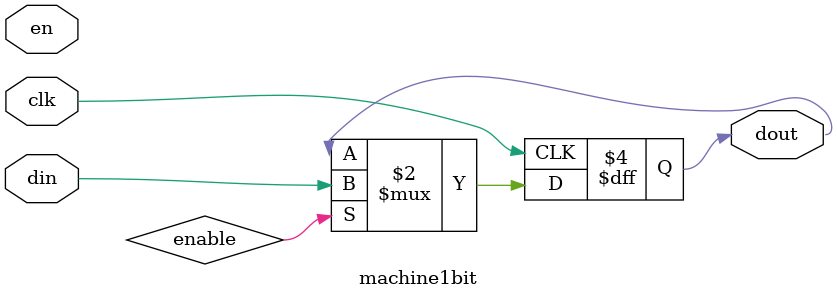
<source format=v>
`timescale 1ns / 1ps
module machine1bit(input clk,input en,input din,output dout); 
	 //checking for positive edge of clock to make the changes on output , based on the input and register enable status.
	 always @ ( posedge clk ) begin
		if ( enable ) dout <= din;
	 end

endmodule

</source>
